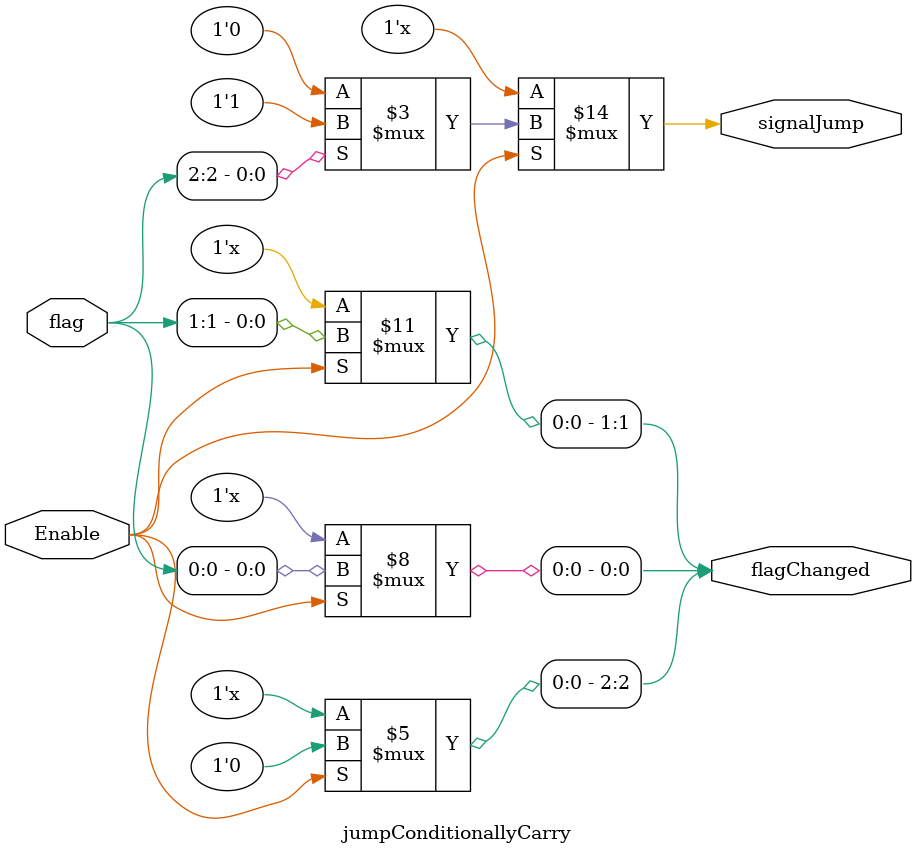
<source format=v>
module jumpConditionallyZero(input[2:0] flag,input Enable,output reg [2:0]flagChanged,output reg signalJump);
always @* begin
if(Enable) begin
signalJump = (flag[0] == 1'b1) ? 1'b1:1'b0;
flagChanged[0]= 1'b0;
flagChanged[1]= flag[1];
flagChanged[2]= flag[2];
end else begin	
signalJump = 1'bz;
flagChanged=3'bz;
end
end
endmodule
module jumpConditionallyNegative(input[2:0] flag,input Enable,output reg [2:0]flagChanged,output reg signalJump);
always @* begin
if(Enable) begin
signalJump = (flag[1] == 1'b1) ? 1'b1:1'b0;
flagChanged[1]= 1'b0;
flagChanged[0]= flag[0];
flagChanged[2]= flag[2];
end else begin	
signalJump = 1'bz;
flagChanged=3'bz;
end
end
endmodule
module jumpConditionallyCarry(input[2:0] flag,input Enable,output reg [2:0]flagChanged,output reg signalJump);
always @* begin
if(Enable) begin
signalJump = (flag[2] == 1'b1) ? 1'b1:1'b0;
flagChanged[2]= 1'b0;
flagChanged[0]= flag[0];
flagChanged[1]= flag[1];
end else begin	
signalJump = 1'bz;
flagChanged=3'bz;
end
end
endmodule
</source>
